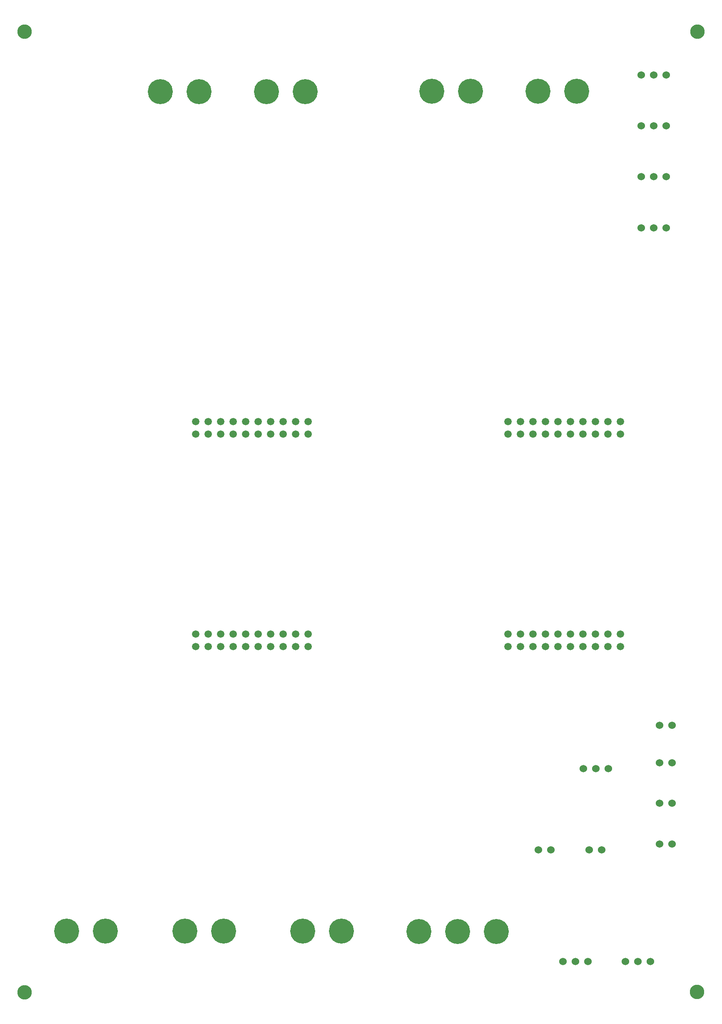
<source format=gbr>
%TF.GenerationSoftware,KiCad,Pcbnew,(5.1.12-1-g0a0a2da680)-1*%
%TF.CreationDate,2022-02-12T23:56:57-06:00*%
%TF.ProjectId,ArmBoard_Hardware,41726d42-6f61-4726-945f-486172647761,2*%
%TF.SameCoordinates,Original*%
%TF.FileFunction,Soldermask,Bot*%
%TF.FilePolarity,Negative*%
%FSLAX46Y46*%
G04 Gerber Fmt 4.6, Leading zero omitted, Abs format (unit mm)*
G04 Created by KiCad (PCBNEW (5.1.12-1-g0a0a2da680)-1) date 2022-02-12 23:56:57*
%MOMM*%
%LPD*%
G01*
G04 APERTURE LIST*
%ADD10C,2.946400*%
%ADD11C,1.520000*%
%ADD12C,5.080000*%
%ADD13C,1.524000*%
G04 APERTURE END LIST*
D10*
%TO.C,V4*%
X244729000Y-233273600D03*
%TD*%
%TO.C,V3*%
X108000800Y-38150800D03*
%TD*%
%TO.C,V2*%
X108056680Y-233382820D03*
%TD*%
%TO.C,V1*%
X244863620Y-38168580D03*
%TD*%
D11*
%TO.C,U1*%
X206286100Y-163093000D03*
X208826100Y-163093000D03*
X211366100Y-163093000D03*
X213906100Y-163093000D03*
X216446100Y-163093000D03*
X218986100Y-163093000D03*
X221526100Y-163093000D03*
X224066100Y-163093000D03*
X226606100Y-163093000D03*
X229146100Y-163093000D03*
X206286100Y-160553000D03*
X208826100Y-160553000D03*
X211366100Y-160553000D03*
X213906100Y-160553000D03*
X216446100Y-160553000D03*
X218986100Y-160553000D03*
X221526100Y-160553000D03*
X224066100Y-160553000D03*
X226606100Y-160553000D03*
X229146100Y-160553000D03*
X206286100Y-117373000D03*
X208826100Y-117373000D03*
X211366100Y-117373000D03*
X213906100Y-117373000D03*
X216446100Y-117373000D03*
X218986100Y-117373000D03*
X221526100Y-117373000D03*
X224066100Y-117373000D03*
X226606100Y-117373000D03*
X229146100Y-117373000D03*
X206286100Y-119913000D03*
X208826100Y-119913000D03*
X211366100Y-119913000D03*
X213906100Y-119913000D03*
X216446100Y-119913000D03*
X218986100Y-119913000D03*
X221526100Y-119913000D03*
X224066100Y-119913000D03*
X226606100Y-119913000D03*
X229146100Y-119913000D03*
X160566100Y-163093000D03*
X163106100Y-163093000D03*
X165646100Y-163093000D03*
X142786100Y-160553000D03*
X145326100Y-160553000D03*
X147866100Y-160553000D03*
X150406100Y-160553000D03*
X152946100Y-160553000D03*
X155486100Y-160553000D03*
X158026100Y-160553000D03*
X160566100Y-160553000D03*
X163106100Y-160553000D03*
X165646100Y-160553000D03*
X142786100Y-117373000D03*
X147866100Y-117373000D03*
X152946100Y-117373000D03*
X155486100Y-117373000D03*
X158026100Y-117373000D03*
X160566100Y-117373000D03*
X163106100Y-117373000D03*
X142786100Y-119913000D03*
X147866100Y-119913000D03*
X158026100Y-119913000D03*
X160566100Y-119913000D03*
X163106100Y-119913000D03*
X165646100Y-119913000D03*
X152946100Y-119913000D03*
X150406100Y-119913000D03*
X145326100Y-117373000D03*
X158026100Y-163093000D03*
X155486100Y-163093000D03*
X145326100Y-119913000D03*
X150406100Y-117373000D03*
X147866100Y-163093000D03*
X150406100Y-163093000D03*
X155486100Y-119913000D03*
X152946100Y-163093000D03*
X145326100Y-163093000D03*
X142786100Y-163093000D03*
X165646100Y-117373000D03*
%TD*%
D12*
%TO.C,PowerConn1*%
X203962100Y-221018000D03*
X196088100Y-221018000D03*
X188214100Y-221018000D03*
%TD*%
%TO.C,Conn7*%
X220307100Y-50228500D03*
X212433100Y-50228500D03*
%TD*%
%TO.C,Conn6*%
X198704100Y-50228500D03*
X190830100Y-50228500D03*
%TD*%
%TO.C,Conn5*%
X165074100Y-50355500D03*
X157200100Y-50355500D03*
%TD*%
%TO.C,Conn4*%
X143471900Y-50355500D03*
X135597900Y-50355500D03*
%TD*%
%TO.C,Conn3*%
X124472700Y-220890600D03*
X116598700Y-220890600D03*
%TD*%
%TO.C,Conn2*%
X148475700Y-220890600D03*
X140601700Y-220890600D03*
%TD*%
%TO.C,Conn1*%
X172479100Y-220890600D03*
X164605100Y-220890600D03*
%TD*%
D13*
%TO.C,Conn20*%
X237185200Y-179095400D03*
X239725200Y-179095400D03*
%TD*%
%TO.C,Conn19*%
X222796000Y-204381300D03*
X225336000Y-204381300D03*
%TD*%
%TO.C,Conn18*%
X233413100Y-46926500D03*
X235953100Y-46926500D03*
X238493100Y-46926500D03*
%TD*%
%TO.C,Conn17*%
X233413100Y-57281200D03*
X235953100Y-57281200D03*
X238493100Y-57281200D03*
%TD*%
%TO.C,Conn16*%
X237185200Y-186715400D03*
X239725200Y-186715400D03*
%TD*%
%TO.C,Conn14*%
X233413100Y-67636000D03*
X235953100Y-67636000D03*
X238493100Y-67636000D03*
%TD*%
%TO.C,Conn13*%
X233413100Y-77991000D03*
X235953100Y-77991000D03*
X238493100Y-77991000D03*
%TD*%
%TO.C,Conn12*%
X237185200Y-194970400D03*
X239725200Y-194970400D03*
%TD*%
%TO.C,Conn11*%
X237185200Y-203225400D03*
X239725200Y-203225400D03*
%TD*%
%TO.C,Conn10*%
X230175100Y-227140000D03*
X232715100Y-227140000D03*
X235255100Y-227140000D03*
%TD*%
%TO.C,Conn9*%
X217475100Y-227140000D03*
X220015100Y-227140000D03*
X222555100Y-227140000D03*
%TD*%
%TO.C,OKI 3.3*%
X221640900Y-187935100D03*
X224180900Y-187935100D03*
X226720900Y-187935100D03*
%TD*%
%TO.C,Conn15*%
X215074500Y-204431900D03*
X212534500Y-204431900D03*
%TD*%
M02*

</source>
